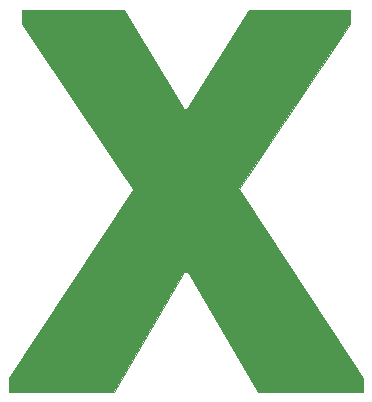
<source format=gto>
G04 #@! TF.FileFunction,Legend,Top*
%FSLAX46Y46*%
G04 Gerber Fmt 4.6, Leading zero omitted, Abs format (unit mm)*
G04 Created by KiCad (PCBNEW 4.0.0-rc2-stable) date 3/3/2016 3:49:09 PM*
%MOMM*%
G01*
G04 APERTURE LIST*
%ADD10C,0.150000*%
%ADD11C,0.025400*%
G04 APERTURE END LIST*
D10*
D11*
G36*
X66192237Y-27162915D02*
X66195664Y-27166613D01*
X66200260Y-27168686D01*
X66203050Y-27169003D01*
X66436700Y-27169553D01*
X66441643Y-27168564D01*
X66445813Y-27165730D01*
X66447546Y-27163509D01*
X71632327Y-18737554D01*
X80181880Y-18737554D01*
X80181880Y-19970850D01*
X70826024Y-33959095D01*
X70824108Y-33963759D01*
X70824158Y-33968800D01*
X70825980Y-33973150D01*
X81339730Y-49907524D01*
X81339730Y-51140860D01*
X72420785Y-51140860D01*
X66495458Y-40955669D01*
X66492108Y-40951901D01*
X66487557Y-40949733D01*
X66484507Y-40949355D01*
X66204057Y-40948756D01*
X66199114Y-40949746D01*
X66194945Y-40952581D01*
X66193053Y-40955069D01*
X60266726Y-51140860D01*
X51346670Y-51140860D01*
X51346670Y-49907512D01*
X61814794Y-33974381D01*
X61816671Y-33969702D01*
X61816580Y-33964661D01*
X61814737Y-33960347D01*
X52458836Y-19970849D01*
X52458836Y-18737554D01*
X61054050Y-18737554D01*
X66192237Y-27162915D01*
X66192237Y-27162915D01*
G37*
X66192237Y-27162915D02*
X66195664Y-27166613D01*
X66200260Y-27168686D01*
X66203050Y-27169003D01*
X66436700Y-27169553D01*
X66441643Y-27168564D01*
X66445813Y-27165730D01*
X66447546Y-27163509D01*
X71632327Y-18737554D01*
X80181880Y-18737554D01*
X80181880Y-19970850D01*
X70826024Y-33959095D01*
X70824108Y-33963759D01*
X70824158Y-33968800D01*
X70825980Y-33973150D01*
X81339730Y-49907524D01*
X81339730Y-51140860D01*
X72420785Y-51140860D01*
X66495458Y-40955669D01*
X66492108Y-40951901D01*
X66487557Y-40949733D01*
X66484507Y-40949355D01*
X66204057Y-40948756D01*
X66199114Y-40949746D01*
X66194945Y-40952581D01*
X66193053Y-40955069D01*
X60266726Y-51140860D01*
X51346670Y-51140860D01*
X51346670Y-49907512D01*
X61814794Y-33974381D01*
X61816671Y-33969702D01*
X61816580Y-33964661D01*
X61814737Y-33960347D01*
X52458836Y-19970849D01*
X52458836Y-18737554D01*
X61054050Y-18737554D01*
X66192237Y-27162915D01*
M02*

</source>
